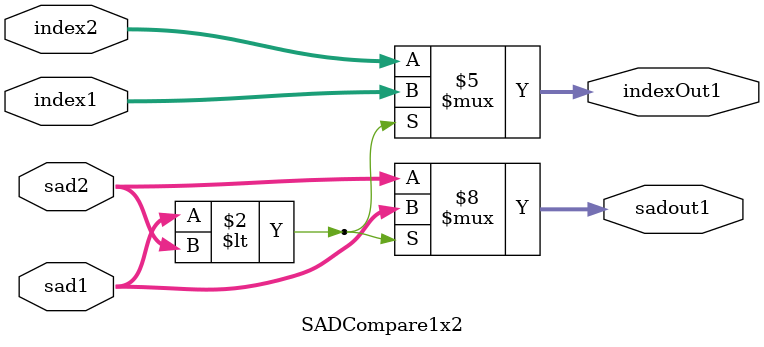
<source format=v>
`timescale 1ns / 1ps


module SADCompare1x2(sad1, sad2, index1, index2, sadout1, indexOut1);

    input [31:0] sad1, sad2, index1, index2;

    
    reg [31:0]indexout;
    reg [6:0] i;
    reg signed [31:0] indextemp, indexCoorCalc;
    output reg [31:0] sadout1, indexOut1;
   
  
    initial begin
        sadout1 <= 0;
        indexOut1 <= 0;
    end
    
    always @ (sad1, sad2) begin
        if (sad1 < sad2)begin
            sadout1 <= sad1; 
            indexOut1 <= index1;
        end
        else begin
            sadout1 <= sad2;
            indexOut1 <= index2;
        end
        
    end


endmodule

</source>
